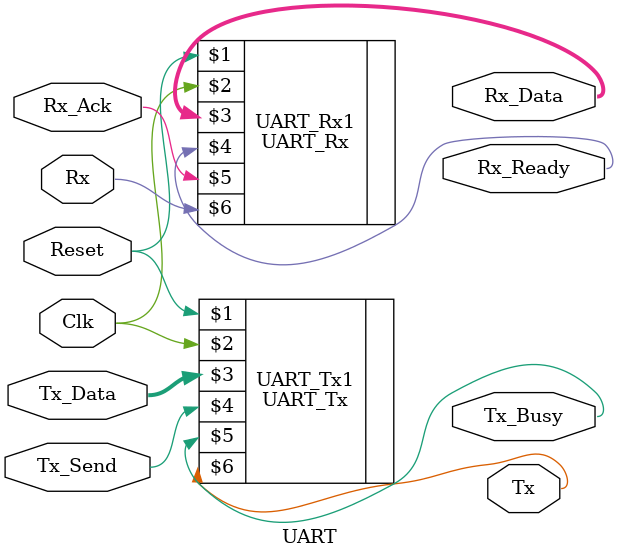
<source format=v>

module UART #(
 parameter N    = 5,
 parameter Full = 5'd29 // Clk / BAUD - 1
)(
 input Reset,
 input Clk,

 output [7:0]Rx_Data,
 output      Rx_Ready,
 input       Rx_Ack,

 input  [7:0]Tx_Data,
 input       Tx_Send,
 output      Tx_Busy,

 input       Rx,
 output      Tx
);
//------------------------------------------------------------------------------

UART_Rx #(N, Full) UART_Rx1(
 Reset,
 Clk,

 Rx_Data,
 Rx_Ready,
 Rx_Ack,

 Rx
);
//------------------------------------------------------------------------------

UART_Tx #(N, Full) UART_Tx1(
 Reset,
 Clk,

 Tx_Data,
 Tx_Send,
 Tx_Busy,

 Tx
);
//------------------------------------------------------------------------------

endmodule
//------------------------------------------------------------------------------


</source>
